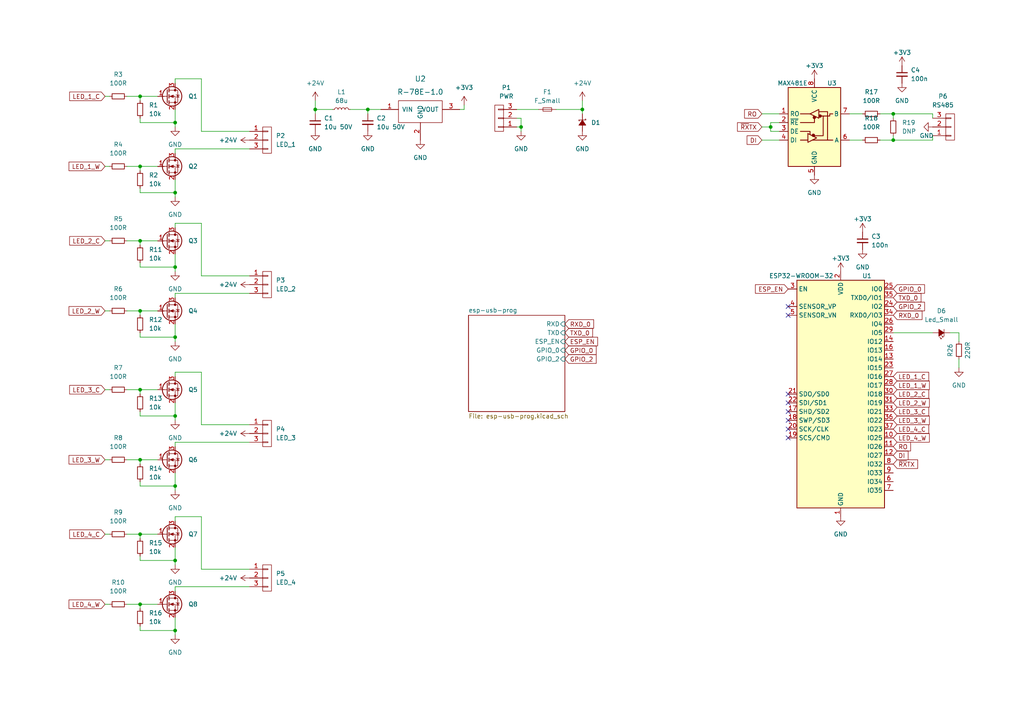
<source format=kicad_sch>
(kicad_sch (version 20210621) (generator eeschema)
  (paper "A4")
  (lib_symbols
    (symbol "Interface_UART:MAX481E"
      (property "Reference" "U" (at -6.096 11.43 0))
      (property "Value" "MAX481E" (at 0.762 11.43 0))
      (symbol "MAX481E_0_1"
        (circle (center -0.3048 -3.683) (radius 0.3556) (stroke (width 0.254)) (fill (type outline)))
        (circle (center -0.0254 1.4986) (radius 0.3556) (stroke (width 0.254)) (fill (type outline)))
        (circle (center 1.651 1.905) (radius 0.3556) (stroke (width 0.254)) (fill (type outline)))
        (rectangle (start 1.27 3.175) (end 1.27 3.175))
        (rectangle (start -7.62 10.16) (end 7.62 -12.7) (stroke (width 0.254)) (fill (type background)))
        (polyline (pts (xy -4.064 -5.08) (xy -1.905 -5.08)) (stroke (width 0.254)))
        (polyline (pts (xy -4.064 2.54) (xy -1.27 2.54)) (stroke (width 0.254)))
        (polyline (pts (xy -1.27 -3.2004) (xy -1.27 -3.4544)) (stroke (width 0.254)))
        (polyline (pts (xy -0.635 -5.08) (xy 5.334 -5.08)) (stroke (width 0.254)))
        (polyline (pts (xy -4.064 -2.54) (xy -1.27 -2.54) (xy -1.27 -3.175)) (stroke (width 0.254)))
        (polyline (pts (xy 0 1.27) (xy 0 0) (xy -4.064 0)) (stroke (width 0.254)))
        (polyline (pts (xy 1.27 3.175) (xy 3.81 3.175) (xy 3.81 -5.08)) (stroke (width 0.254)))
        (polyline (pts (xy 2.54 1.905) (xy 2.54 -3.81) (xy 0 -3.81)) (stroke (width 0.254)))
        (polyline (pts (xy -1.905 -3.175) (xy -1.905 -5.715) (xy 0.635 -4.445) (xy -1.905 -3.175)) (stroke (width 0.254)))
        (polyline (pts (xy -1.27 2.54) (xy 1.27 3.81) (xy 1.27 1.27) (xy -1.27 2.54)) (stroke (width 0.254)))
        (polyline (pts (xy 1.905 1.905) (xy 4.445 1.905) (xy 4.445 2.54) (xy 5.334 2.54)) (stroke (width 0.254)))
      )
      (symbol "MAX481E_1_1"
        (pin output line (at -10.16 2.54 0) (length 2.54) (name "RO") (number "1"))
        (pin input line (at -10.16 0 0) (length 2.54) (name "~{RE}") (number "2"))
        (pin input line (at -10.16 -2.54 0) (length 2.54) (name "DE") (number "3"))
        (pin input line (at -10.16 -5.08 0) (length 2.54) (name "DI") (number "4"))
        (pin power_in line (at 0 -15.24 90) (length 2.54) (name "GND") (number "5"))
        (pin bidirectional line (at 10.16 -5.08 180) (length 2.54) (name "A") (number "6"))
        (pin bidirectional line (at 10.16 2.54 180) (length 2.54) (name "B") (number "7"))
        (pin power_in line (at 0 12.7 270) (length 2.54) (name "VCC") (number "8"))
      )
    )
    (symbol "RF_Module:ESP32-WROOM-32"
      (property "Reference" "U" (at -12.7 34.29 0))
      (property "Value" "ESP32-WROOM-32" (at 1.27 34.29 0))
      (symbol "ESP32-WROOM-32_0_1"
        (rectangle (start -12.7 33.02) (end 12.7 -33.02) (stroke (width 0.254)) (fill (type background)))
      )
      (symbol "ESP32-WROOM-32_1_1"
        (pin power_in line (at 0 -35.56 90) (length 2.54) (name "GND") (number "1"))
        (pin bidirectional line (at 15.24 -12.7 180) (length 2.54) (name "IO25") (number "10"))
        (pin bidirectional line (at 15.24 -15.24 180) (length 2.54) (name "IO26") (number "11"))
        (pin bidirectional line (at 15.24 -17.78 180) (length 2.54) (name "IO27") (number "12"))
        (pin bidirectional line (at 15.24 10.16 180) (length 2.54) (name "IO14") (number "13"))
        (pin bidirectional line (at 15.24 15.24 180) (length 2.54) (name "IO12") (number "14"))
        (pin passive line (at 0 -35.56 90) (length 2.54) hide (name "GND") (number "15"))
        (pin bidirectional line (at 15.24 12.7 180) (length 2.54) (name "IO13") (number "16"))
        (pin bidirectional line (at -15.24 -5.08 0) (length 2.54) (name "SHD/SD2") (number "17"))
        (pin bidirectional line (at -15.24 -7.62 0) (length 2.54) (name "SWP/SD3") (number "18"))
        (pin bidirectional line (at -15.24 -12.7 0) (length 2.54) (name "SCS/CMD") (number "19"))
        (pin power_in line (at 0 35.56 270) (length 2.54) (name "VDD") (number "2"))
        (pin bidirectional line (at -15.24 -10.16 0) (length 2.54) (name "SCK/CLK") (number "20"))
        (pin bidirectional line (at -15.24 0 0) (length 2.54) (name "SDO/SD0") (number "21"))
        (pin bidirectional line (at -15.24 -2.54 0) (length 2.54) (name "SDI/SD1") (number "22"))
        (pin bidirectional line (at 15.24 7.62 180) (length 2.54) (name "IO15") (number "23"))
        (pin bidirectional line (at 15.24 25.4 180) (length 2.54) (name "IO2") (number "24"))
        (pin bidirectional line (at 15.24 30.48 180) (length 2.54) (name "IO0") (number "25"))
        (pin bidirectional line (at 15.24 20.32 180) (length 2.54) (name "IO4") (number "26"))
        (pin bidirectional line (at 15.24 5.08 180) (length 2.54) (name "IO16") (number "27"))
        (pin bidirectional line (at 15.24 2.54 180) (length 2.54) (name "IO17") (number "28"))
        (pin bidirectional line (at 15.24 17.78 180) (length 2.54) (name "IO5") (number "29"))
        (pin input line (at -15.24 30.48 0) (length 2.54) (name "EN") (number "3"))
        (pin bidirectional line (at 15.24 0 180) (length 2.54) (name "IO18") (number "30"))
        (pin bidirectional line (at 15.24 -2.54 180) (length 2.54) (name "IO19") (number "31"))
        (pin no_connect line (at -12.7 -27.94 0) (length 2.54) hide (name "NC") (number "32"))
        (pin bidirectional line (at 15.24 -5.08 180) (length 2.54) (name "IO21") (number "33"))
        (pin bidirectional line (at 15.24 22.86 180) (length 2.54) (name "RXD0/IO3") (number "34"))
        (pin bidirectional line (at 15.24 27.94 180) (length 2.54) (name "TXD0/IO1") (number "35"))
        (pin bidirectional line (at 15.24 -7.62 180) (length 2.54) (name "IO22") (number "36"))
        (pin bidirectional line (at 15.24 -10.16 180) (length 2.54) (name "IO23") (number "37"))
        (pin passive line (at 0 -35.56 90) (length 2.54) hide (name "GND") (number "38"))
        (pin passive line (at 0 -35.56 90) (length 2.54) hide (name "GND") (number "39"))
        (pin input line (at -15.24 25.4 0) (length 2.54) (name "SENSOR_VP") (number "4"))
        (pin input line (at -15.24 22.86 0) (length 2.54) (name "SENSOR_VN") (number "5"))
        (pin input line (at 15.24 -25.4 180) (length 2.54) (name "IO34") (number "6"))
        (pin input line (at 15.24 -27.94 180) (length 2.54) (name "IO35") (number "7"))
        (pin bidirectional line (at 15.24 -20.32 180) (length 2.54) (name "IO32") (number "8"))
        (pin bidirectional line (at 15.24 -22.86 180) (length 2.54) (name "IO33") (number "9"))
      )
    )
    (symbol "power:+24V" (power) (pin_names (offset 0))
      (property "Value" "+24V" (at 0 3.556 0))
      (symbol "+24V_0_1"
        (polyline (pts (xy -0.762 1.27) (xy 0 2.54)))
        (polyline (pts (xy 0 0) (xy 0 2.54)))
        (polyline (pts (xy 0 2.54) (xy 0.762 1.27)))
      )
      (symbol "+24V_1_1"
        (pin power_in line (at 0 0 90) (length 0) hide (name "+24V") (number "1"))
      )
    )
    (symbol "power:+3.3V" (power) (pin_names (offset 0))
      (property "Value" "+3.3V" (at 0 3.556 0))
      (symbol "+3.3V_0_1"
        (polyline (pts (xy -0.762 1.27) (xy 0 2.54)))
        (polyline (pts (xy 0 0) (xy 0 2.54)))
        (polyline (pts (xy 0 2.54) (xy 0.762 1.27)))
      )
      (symbol "+3.3V_1_1"
        (pin power_in line (at 0 0 90) (length 0) hide (name "+3V3") (number "1"))
      )
    )
    (symbol "power:GND" (power) (pin_names (offset 0))
      (property "Value" "GND" (at 0 -3.81 0))
      (symbol "GND_0_1"
        (polyline (pts (xy 0 0) (xy 0 -1.27) (xy 1.27 -1.27) (xy 0 -2.54) (xy -1.27 -1.27) (xy 0 -1.27)))
      )
      (symbol "GND_1_1"
        (pin power_in line (at 0 0 270) (length 0) hide (name "GND") (number "1"))
      )
    )
    (symbol "wazombi:CONN_01X03" (pin_names (offset 1.016) hide)
      (property "Reference" "P" (at 0 5.08 0))
      (property "Value" "CONN_01X03" (at 2.54 0 90))
      (symbol "CONN_01X03_0_1"
        (rectangle (start -1.27 -2.413) (end 0.254 -2.667))
        (rectangle (start -1.27 0.127) (end 0.254 -0.127))
        (rectangle (start -1.27 2.667) (end 0.254 2.413))
        (rectangle (start -1.27 3.81) (end 1.27 -3.81))
      )
      (symbol "CONN_01X03_1_1"
        (pin passive line (at -5.08 2.54 0) (length 3.81) (name "P1") (number "1"))
        (pin passive line (at -5.08 0 0) (length 3.81) (name "P2") (number "2"))
        (pin passive line (at -5.08 -2.54 0) (length 3.81) (name "P3") (number "3"))
      )
    )
    (symbol "wazombi:C_Small" (pin_numbers hide) (pin_names (offset 0.254) hide)
      (property "Reference" "C" (at 0.254 1.778 0))
      (property "Value" "C_Small" (at 0.254 -2.032 0))
      (symbol "C_Small_0_1"
        (polyline (pts (xy -1.524 -0.508) (xy 1.524 -0.508)) (stroke (width 0.3302)))
        (polyline (pts (xy -1.524 0.508) (xy 1.524 0.508)) (stroke (width 0.3048)))
      )
      (symbol "C_Small_1_1"
        (pin passive line (at 0 2.54 270) (length 1.905) (name "~") (number "1"))
        (pin passive line (at 0 -2.54 90) (length 2.032) (name "~") (number "2"))
      )
    )
    (symbol "wazombi:D_Schottky_Small" (pin_numbers hide) (pin_names (offset 0.254) hide)
      (property "Reference" "D" (at -1.27 2.032 0))
      (property "Value" "D_Schottky_Small" (at -7.112 -2.032 0))
      (symbol "D_Schottky_Small_0_1"
        (polyline (pts (xy -0.762 -1.016) (xy -0.762 1.016)))
        (polyline (pts (xy -0.762 -1.016) (xy -0.508 -1.016) (xy -0.508 -0.762)))
        (polyline (pts (xy -0.762 1.016) (xy -1.016 1.016) (xy -1.016 0.762)))
        (polyline (pts (xy 0.762 -1.016) (xy -0.762 0) (xy 0.762 1.016) (xy 0.762 -1.016)) (fill (type outline)))
      )
      (symbol "D_Schottky_Small_1_1"
        (pin passive line (at -2.54 0 0) (length 1.778) (name "K") (number "1"))
        (pin passive line (at 2.54 0 180) (length 1.778) (name "A") (number "2"))
      )
    )
    (symbol "wazombi:F_Small" (pin_numbers hide) (pin_names (offset 0.254) hide)
      (property "Reference" "F" (at -1.016 1.524 0))
      (property "Value" "F_Small" (at -3.048 -1.524 0))
      (symbol "F_Small_0_1"
        (rectangle (start -1.27 0.508) (end 1.27 -0.508))
        (polyline (pts (xy -1.27 0) (xy 1.27 0)))
      )
      (symbol "F_Small_1_1"
        (pin passive line (at -2.54 0 0) (length 1.27) (name "~") (number "1"))
        (pin passive line (at 2.54 0 180) (length 1.27) (name "~") (number "2"))
      )
    )
    (symbol "wazombi:L_Small" (pin_numbers hide) (pin_names (offset 0.254) hide)
      (property "Reference" "L" (at 0.762 1.016 0))
      (property "Value" "L_Small" (at 0.762 -1.016 0))
      (symbol "L_Small_0_1"
        (arc (start 0 -2.032) (end 0 -1.016) (radius (at 0 -1.524) (length 0.508) (angles -89.9 89.9)))
        (arc (start 0 -1.016) (end 0 0) (radius (at 0 -0.508) (length 0.508) (angles -89.9 89.9)))
        (arc (start 0 0) (end 0 1.016) (radius (at 0 0.508) (length 0.508) (angles -89.9 89.9)))
        (arc (start 0 1.016) (end 0 2.032) (radius (at 0 1.524) (length 0.508) (angles -89.9 89.9)))
      )
      (symbol "L_Small_1_1"
        (pin passive line (at 0 2.54 270) (length 0.508) (name "~") (number "1"))
        (pin passive line (at 0 -2.54 90) (length 0.508) (name "~") (number "2"))
      )
    )
    (symbol "wazombi:Led_Small" (pin_numbers hide) (pin_names (offset 0.254) hide)
      (property "Reference" "D" (at -1.27 3.175 0))
      (property "Value" "Led_Small" (at -4.445 -2.54 0))
      (symbol "Led_Small_0_1"
        (polyline (pts (xy -0.762 -1.016) (xy -0.762 1.016)))
        (polyline (pts (xy 0 0.762) (xy -0.508 1.27) (xy -0.254 1.27) (xy -0.508 1.27) (xy -0.508 1.016)))
        (polyline (pts (xy 0.508 1.27) (xy 0 1.778) (xy 0.254 1.778) (xy 0 1.778) (xy 0 1.524)))
        (polyline (pts (xy 0.762 -1.016) (xy -0.762 0) (xy 0.762 1.016) (xy 0.762 -1.016)) (fill (type outline)))
      )
      (symbol "Led_Small_1_1"
        (pin passive line (at -2.54 0 0) (length 1.778) (name "K") (number "1"))
        (pin passive line (at 2.54 0 180) (length 1.778) (name "A") (number "2"))
      )
    )
    (symbol "wazombi:Q_NMOS_GSD_SMALL" (pin_names (offset 0) hide)
      (property "Reference" "Q" (at 5.08 1.27 0))
      (property "Value" "Q_NMOS_GSD_SMALL" (at 5.08 -1.27 0))
      (symbol "Q_NMOS_GSD_SMALL_0_1"
        (circle (center 1.651 0) (radius 2.8194) (stroke (width 0.254)))
        (circle (center 2.54 -1.778) (radius 0.2794) (fill (type outline)))
        (circle (center 2.54 1.778) (radius 0.2794) (fill (type outline)))
        (polyline (pts (xy -2.54 0) (xy 0 0)))
        (polyline (pts (xy 0.0508 0) (xy 0.254 0)))
        (polyline (pts (xy 0.762 -1.778) (xy 2.54 -1.778)))
        (polyline (pts (xy 0.762 -1.27) (xy 0.762 -2.286)) (stroke (width 0.254)))
        (polyline (pts (xy 0.762 0) (xy 2.54 0)))
        (polyline (pts (xy 0.762 0.508) (xy 0.762 -0.508)) (stroke (width 0.254)))
        (polyline (pts (xy 0.762 1.778) (xy 2.54 1.778)))
        (polyline (pts (xy 0.762 2.286) (xy 0.762 1.27)) (stroke (width 0.254)))
        (polyline (pts (xy 2.54 -3.81) (xy 2.54 -2.54)))
        (polyline (pts (xy 2.54 -1.778) (xy 2.54 -2.54)))
        (polyline (pts (xy 2.54 -1.778) (xy 2.54 0)))
        (polyline (pts (xy 2.54 2.54) (xy 2.54 1.778)))
        (polyline (pts (xy 2.54 3.81) (xy 2.54 2.54)))
        (polyline (pts (xy 0.254 1.905) (xy 0.254 -1.905) (xy 0.254 -1.905)) (stroke (width 0.254)))
        (polyline (pts (xy 2.54 -1.778) (xy 3.302 -1.778) (xy 3.302 1.778) (xy 2.54 1.778)))
        (polyline (pts (xy 2.794 0.508) (xy 2.921 0.381) (xy 3.683 0.381) (xy 3.81 0.254)))
        (polyline (pts (xy 3.302 0.381) (xy 2.921 -0.254) (xy 3.683 -0.254) (xy 3.302 0.381)))
        (polyline (pts (xy 1.016 0) (xy 2.032 0.381) (xy 2.032 -0.381) (xy 1.016 0)) (fill (type outline)))
      )
      (symbol "Q_NMOS_GSD_SMALL_1_1"
        (pin input line (at -2.54 0 0) (length 1.905) (name "G") (number "1"))
        (pin passive line (at 2.54 -3.81 90) (length 0.9144) (name "S") (number "2"))
        (pin passive line (at 2.54 3.81 270) (length 0.9144) (name "D") (number "3"))
      )
    )
    (symbol "wazombi:R-78E-1.0" (pin_names (offset 1.016))
      (property "Reference" "U" (at 0 3.81 0))
      (property "Value" "R-78E-1.0" (at 7.62 -5.08 0))
      (symbol "R-78E-1.0_0_1"
        (rectangle (start -6.35 -3.81) (end 6.35 2.54))
      )
      (symbol "R-78E-1.0_1_1"
        (pin input line (at -11.43 0 0) (length 5.08) (name "VIN") (number "1"))
        (pin input line (at 0 -8.89 90) (length 5.08) (name "GND") (number "2"))
        (pin input line (at 11.43 0 180) (length 5.08) (name "VOUT") (number "3"))
      )
    )
    (symbol "wazombi:R_Small" (pin_numbers hide) (pin_names (offset 0.254) hide)
      (property "Reference" "R" (at 0.762 0.508 0))
      (property "Value" "R_Small" (at 0.762 -1.016 0))
      (symbol "R_Small_0_1"
        (rectangle (start -0.762 1.778) (end 0.762 -1.778) (stroke (width 0.2032)))
      )
      (symbol "R_Small_1_1"
        (pin passive line (at 0 2.54 270) (length 0.762) (name "~") (number "1"))
        (pin passive line (at 0 -2.54 90) (length 0.762) (name "~") (number "2"))
      )
    )
  )
  (junction (at 40.64 27.94))
  (junction (at 40.64 48.26))
  (junction (at 40.64 69.85))
  (junction (at 40.64 90.17))
  (junction (at 40.64 113.03))
  (junction (at 40.64 133.35))
  (junction (at 40.64 154.94))
  (junction (at 40.64 175.26))
  (junction (at 50.8 35.56))
  (junction (at 50.8 55.88))
  (junction (at 50.8 77.47))
  (junction (at 50.8 97.79))
  (junction (at 50.8 120.65))
  (junction (at 50.8 140.97))
  (junction (at 50.8 162.56))
  (junction (at 50.8 182.88))
  (junction (at 91.44 31.75))
  (junction (at 106.68 31.75))
  (junction (at 151.13 36.83))
  (junction (at 168.91 31.75))
  (junction (at 223.52 36.83))
  (junction (at 259.08 33.02))
  (junction (at 259.08 40.64))
  (no_connect (at 228.6 88.9))
  (no_connect (at 228.6 91.44))
  (no_connect (at 228.6 114.3))
  (no_connect (at 228.6 116.84))
  (no_connect (at 228.6 119.38))
  (no_connect (at 228.6 121.92))
  (no_connect (at 228.6 124.46))
  (no_connect (at 228.6 127))
  (wire (pts (xy 30.48 27.94) (xy 31.75 27.94)))
  (wire (pts (xy 30.48 48.26) (xy 31.75 48.26)))
  (wire (pts (xy 30.48 69.85) (xy 31.75 69.85)))
  (wire (pts (xy 30.48 90.17) (xy 31.75 90.17)))
  (wire (pts (xy 30.48 113.03) (xy 31.75 113.03)))
  (wire (pts (xy 30.48 133.35) (xy 31.75 133.35)))
  (wire (pts (xy 30.48 154.94) (xy 31.75 154.94)))
  (wire (pts (xy 30.48 175.26) (xy 31.75 175.26)))
  (wire (pts (xy 36.83 27.94) (xy 40.64 27.94)))
  (wire (pts (xy 36.83 48.26) (xy 40.64 48.26)))
  (wire (pts (xy 36.83 69.85) (xy 40.64 69.85)))
  (wire (pts (xy 36.83 90.17) (xy 40.64 90.17)))
  (wire (pts (xy 36.83 113.03) (xy 40.64 113.03)))
  (wire (pts (xy 36.83 133.35) (xy 40.64 133.35)))
  (wire (pts (xy 36.83 154.94) (xy 40.64 154.94)))
  (wire (pts (xy 36.83 175.26) (xy 40.64 175.26)))
  (wire (pts (xy 40.64 27.94) (xy 40.64 29.21)))
  (wire (pts (xy 40.64 34.29) (xy 40.64 35.56)))
  (wire (pts (xy 40.64 35.56) (xy 50.8 35.56)))
  (wire (pts (xy 40.64 48.26) (xy 40.64 49.53)))
  (wire (pts (xy 40.64 54.61) (xy 40.64 55.88)))
  (wire (pts (xy 40.64 55.88) (xy 50.8 55.88)))
  (wire (pts (xy 40.64 69.85) (xy 40.64 71.12)))
  (wire (pts (xy 40.64 76.2) (xy 40.64 77.47)))
  (wire (pts (xy 40.64 77.47) (xy 50.8 77.47)))
  (wire (pts (xy 40.64 90.17) (xy 40.64 91.44)))
  (wire (pts (xy 40.64 96.52) (xy 40.64 97.79)))
  (wire (pts (xy 40.64 97.79) (xy 50.8 97.79)))
  (wire (pts (xy 40.64 113.03) (xy 40.64 114.3)))
  (wire (pts (xy 40.64 119.38) (xy 40.64 120.65)))
  (wire (pts (xy 40.64 120.65) (xy 50.8 120.65)))
  (wire (pts (xy 40.64 133.35) (xy 40.64 134.62)))
  (wire (pts (xy 40.64 139.7) (xy 40.64 140.97)))
  (wire (pts (xy 40.64 140.97) (xy 50.8 140.97)))
  (wire (pts (xy 40.64 154.94) (xy 40.64 156.21)))
  (wire (pts (xy 40.64 161.29) (xy 40.64 162.56)))
  (wire (pts (xy 40.64 162.56) (xy 50.8 162.56)))
  (wire (pts (xy 40.64 175.26) (xy 40.64 176.53)))
  (wire (pts (xy 40.64 181.61) (xy 40.64 182.88)))
  (wire (pts (xy 40.64 182.88) (xy 50.8 182.88)))
  (wire (pts (xy 45.72 27.94) (xy 40.64 27.94)))
  (wire (pts (xy 45.72 48.26) (xy 40.64 48.26)))
  (wire (pts (xy 45.72 69.85) (xy 40.64 69.85)))
  (wire (pts (xy 45.72 90.17) (xy 40.64 90.17)))
  (wire (pts (xy 45.72 113.03) (xy 40.64 113.03)))
  (wire (pts (xy 45.72 133.35) (xy 40.64 133.35)))
  (wire (pts (xy 45.72 154.94) (xy 40.64 154.94)))
  (wire (pts (xy 45.72 175.26) (xy 40.64 175.26)))
  (wire (pts (xy 50.8 22.86) (xy 50.8 24.13)))
  (wire (pts (xy 50.8 31.75) (xy 50.8 35.56)))
  (wire (pts (xy 50.8 35.56) (xy 50.8 36.83)))
  (wire (pts (xy 50.8 43.18) (xy 50.8 44.45)))
  (wire (pts (xy 50.8 52.07) (xy 50.8 55.88)))
  (wire (pts (xy 50.8 55.88) (xy 50.8 57.15)))
  (wire (pts (xy 50.8 64.77) (xy 50.8 66.04)))
  (wire (pts (xy 50.8 73.66) (xy 50.8 77.47)))
  (wire (pts (xy 50.8 77.47) (xy 50.8 78.74)))
  (wire (pts (xy 50.8 85.09) (xy 50.8 86.36)))
  (wire (pts (xy 50.8 93.98) (xy 50.8 97.79)))
  (wire (pts (xy 50.8 97.79) (xy 50.8 99.06)))
  (wire (pts (xy 50.8 107.95) (xy 50.8 109.22)))
  (wire (pts (xy 50.8 116.84) (xy 50.8 120.65)))
  (wire (pts (xy 50.8 120.65) (xy 50.8 121.92)))
  (wire (pts (xy 50.8 128.27) (xy 50.8 129.54)))
  (wire (pts (xy 50.8 137.16) (xy 50.8 140.97)))
  (wire (pts (xy 50.8 140.97) (xy 50.8 142.24)))
  (wire (pts (xy 50.8 149.86) (xy 50.8 151.13)))
  (wire (pts (xy 50.8 158.75) (xy 50.8 162.56)))
  (wire (pts (xy 50.8 162.56) (xy 50.8 163.83)))
  (wire (pts (xy 50.8 170.18) (xy 50.8 171.45)))
  (wire (pts (xy 50.8 179.07) (xy 50.8 182.88)))
  (wire (pts (xy 50.8 182.88) (xy 50.8 184.15)))
  (wire (pts (xy 58.42 22.86) (xy 50.8 22.86)))
  (wire (pts (xy 58.42 38.1) (xy 58.42 22.86)))
  (wire (pts (xy 58.42 64.77) (xy 50.8 64.77)))
  (wire (pts (xy 58.42 80.01) (xy 58.42 64.77)))
  (wire (pts (xy 58.42 107.95) (xy 50.8 107.95)))
  (wire (pts (xy 58.42 123.19) (xy 58.42 107.95)))
  (wire (pts (xy 58.42 149.86) (xy 50.8 149.86)))
  (wire (pts (xy 58.42 165.1) (xy 58.42 149.86)))
  (wire (pts (xy 72.39 38.1) (xy 58.42 38.1)))
  (wire (pts (xy 72.39 43.18) (xy 50.8 43.18)))
  (wire (pts (xy 72.39 80.01) (xy 58.42 80.01)))
  (wire (pts (xy 72.39 85.09) (xy 50.8 85.09)))
  (wire (pts (xy 72.39 123.19) (xy 58.42 123.19)))
  (wire (pts (xy 72.39 128.27) (xy 50.8 128.27)))
  (wire (pts (xy 72.39 165.1) (xy 58.42 165.1)))
  (wire (pts (xy 72.39 170.18) (xy 50.8 170.18)))
  (wire (pts (xy 91.44 29.21) (xy 91.44 31.75)))
  (wire (pts (xy 91.44 31.75) (xy 91.44 33.02)))
  (wire (pts (xy 96.52 31.75) (xy 91.44 31.75)))
  (wire (pts (xy 101.6 31.75) (xy 106.68 31.75)))
  (wire (pts (xy 106.68 31.75) (xy 106.68 33.02)))
  (wire (pts (xy 106.68 31.75) (xy 110.49 31.75)))
  (wire (pts (xy 133.35 31.75) (xy 134.62 31.75)))
  (wire (pts (xy 134.62 31.75) (xy 134.62 30.48)))
  (wire (pts (xy 149.86 31.75) (xy 156.21 31.75)))
  (wire (pts (xy 149.86 34.29) (xy 151.13 34.29)))
  (wire (pts (xy 149.86 36.83) (xy 151.13 36.83)))
  (wire (pts (xy 151.13 34.29) (xy 151.13 36.83)))
  (wire (pts (xy 151.13 36.83) (xy 151.13 38.1)))
  (wire (pts (xy 161.29 31.75) (xy 168.91 31.75)))
  (wire (pts (xy 168.91 31.75) (xy 168.91 29.21)))
  (wire (pts (xy 168.91 31.75) (xy 168.91 33.02)))
  (wire (pts (xy 220.98 33.02) (xy 226.06 33.02)))
  (wire (pts (xy 220.98 40.64) (xy 226.06 40.64)))
  (wire (pts (xy 223.52 35.56) (xy 223.52 36.83)))
  (wire (pts (xy 223.52 36.83) (xy 220.98 36.83)))
  (wire (pts (xy 223.52 38.1) (xy 223.52 36.83)))
  (wire (pts (xy 226.06 35.56) (xy 223.52 35.56)))
  (wire (pts (xy 226.06 38.1) (xy 223.52 38.1)))
  (wire (pts (xy 246.38 33.02) (xy 250.19 33.02)))
  (wire (pts (xy 246.38 40.64) (xy 250.19 40.64)))
  (wire (pts (xy 255.27 33.02) (xy 259.08 33.02)))
  (wire (pts (xy 255.27 40.64) (xy 259.08 40.64)))
  (wire (pts (xy 259.08 33.02) (xy 259.08 34.29)))
  (wire (pts (xy 259.08 33.02) (xy 270.51 33.02)))
  (wire (pts (xy 259.08 40.64) (xy 259.08 39.37)))
  (wire (pts (xy 259.08 40.64) (xy 270.51 40.64)))
  (wire (pts (xy 259.08 96.52) (xy 270.51 96.52)))
  (wire (pts (xy 270.51 34.29) (xy 270.51 33.02)))
  (wire (pts (xy 270.51 39.37) (xy 270.51 40.64)))
  (wire (pts (xy 275.59 96.52) (xy 278.13 96.52)))
  (wire (pts (xy 278.13 96.52) (xy 278.13 99.06)))
  (wire (pts (xy 278.13 104.14) (xy 278.13 106.68)))
  (global_label "LED_1_C" (shape input) (at 30.48 27.94 180) (property "Intersheet References" "${INTERSHEET_REFS}" (effects hide)))
  (global_label "LED_1_W" (shape input) (at 30.48 48.26 180) (property "Intersheet References" "${INTERSHEET_REFS}" (effects hide)))
  (global_label "LED_2_C" (shape input) (at 30.48 69.85 180) (property "Intersheet References" "${INTERSHEET_REFS}" (effects hide)))
  (global_label "LED_2_W" (shape input) (at 30.48 90.17 180) (property "Intersheet References" "${INTERSHEET_REFS}" (effects hide)))
  (global_label "LED_3_C" (shape input) (at 30.48 113.03 180) (property "Intersheet References" "${INTERSHEET_REFS}" (effects hide)))
  (global_label "LED_3_W" (shape input) (at 30.48 133.35 180) (property "Intersheet References" "${INTERSHEET_REFS}" (effects hide)))
  (global_label "LED_4_C" (shape input) (at 30.48 154.94 180) (property "Intersheet References" "${INTERSHEET_REFS}" (effects hide)))
  (global_label "LED_4_W" (shape input) (at 30.48 175.26 180) (property "Intersheet References" "${INTERSHEET_REFS}" (effects hide)))
  (global_label "RXD_0" (shape input) (at 163.83 93.98 0) (property "Intersheet References" "${INTERSHEET_REFS}" (effects hide)))
  (global_label "TXD_0" (shape input) (at 163.83 96.52 0) (property "Intersheet References" "${INTERSHEET_REFS}" (effects hide)))
  (global_label "ESP_EN" (shape input) (at 163.83 99.06 0) (property "Intersheet References" "${INTERSHEET_REFS}" (effects hide)))
  (global_label "GPIO_0" (shape input) (at 163.83 101.6 0) (property "Intersheet References" "${INTERSHEET_REFS}" (effects hide)))
  (global_label "GPIO_2" (shape input) (at 163.83 104.14 0) (property "Intersheet References" "${INTERSHEET_REFS}" (effects hide)))
  (global_label "RO" (shape input) (at 220.98 33.02 180) (property "Intersheet References" "${INTERSHEET_REFS}" (effects hide)))
  (global_label "~{RX}TX" (shape input) (at 220.98 36.83 180) (property "Intersheet References" "${INTERSHEET_REFS}" (effects hide)))
  (global_label "DI" (shape input) (at 220.98 40.64 180) (property "Intersheet References" "${INTERSHEET_REFS}" (effects hide)))
  (global_label "ESP_EN" (shape input) (at 228.6 83.82 180) (property "Intersheet References" "${INTERSHEET_REFS}" (effects hide)))
  (global_label "GPIO_0" (shape input) (at 259.08 83.82 0) (property "Intersheet References" "${INTERSHEET_REFS}" (effects hide)))
  (global_label "TXD_0" (shape input) (at 259.08 86.36 0) (property "Intersheet References" "${INTERSHEET_REFS}" (effects hide)))
  (global_label "GPIO_2" (shape input) (at 259.08 88.9 0) (property "Intersheet References" "${INTERSHEET_REFS}" (effects hide)))
  (global_label "RXD_0" (shape input) (at 259.08 91.44 0) (property "Intersheet References" "${INTERSHEET_REFS}" (effects hide)))
  (global_label "LED_1_C" (shape input) (at 259.08 109.22 0) (property "Intersheet References" "${INTERSHEET_REFS}" (effects hide)))
  (global_label "LED_1_W" (shape input) (at 259.08 111.76 0) (property "Intersheet References" "${INTERSHEET_REFS}" (effects hide)))
  (global_label "LED_2_C" (shape input) (at 259.08 114.3 0) (property "Intersheet References" "${INTERSHEET_REFS}" (effects hide)))
  (global_label "LED_2_W" (shape input) (at 259.08 116.84 0) (property "Intersheet References" "${INTERSHEET_REFS}" (effects hide)))
  (global_label "LED_3_C" (shape input) (at 259.08 119.38 0) (property "Intersheet References" "${INTERSHEET_REFS}" (effects hide)))
  (global_label "LED_3_W" (shape input) (at 259.08 121.92 0) (property "Intersheet References" "${INTERSHEET_REFS}" (effects hide)))
  (global_label "LED_4_C" (shape input) (at 259.08 124.46 0) (property "Intersheet References" "${INTERSHEET_REFS}" (effects hide)))
  (global_label "LED_4_W" (shape input) (at 259.08 127 0) (property "Intersheet References" "${INTERSHEET_REFS}" (effects hide)))
  (global_label "RO" (shape input) (at 259.08 129.54 0) (property "Intersheet References" "${INTERSHEET_REFS}" (effects hide)))
  (global_label "DI" (shape input) (at 259.08 132.08 0) (property "Intersheet References" "${INTERSHEET_REFS}" (effects hide)))
  (global_label "~{RX}TX" (shape input) (at 259.08 134.62 0) (property "Intersheet References" "${INTERSHEET_REFS}" (effects hide)))
  (symbol (lib_id "power:+24V") (at 72.39 40.64 90) (unit 1)
    (property "Reference" "#PWR0107" (effects hide))
    (property "Value" "+24V" (at 63.5 40.6399 90) (effects (justify right)))
  )
  (symbol (lib_id "power:+24V") (at 72.39 82.55 90) (unit 1)
    (property "Reference" "#PWR0110" (effects hide))
    (property "Value" "+24V" (at 63.5 82.5499 90) (effects (justify right)))
  )
  (symbol (lib_id "power:+24V") (at 72.39 125.73 90) (unit 1)
    (property "Reference" "#PWR0113" (effects hide))
    (property "Value" "+24V" (at 63.5 125.7299 90) (effects (justify right)))
  )
  (symbol (lib_id "power:+24V") (at 72.39 167.64 90) (unit 1)
    (property "Reference" "#PWR0102" (effects hide))
    (property "Value" "+24V" (at 63.5 167.6399 90) (effects (justify right)))
  )
  (symbol (lib_id "power:+24V") (at 91.44 29.21 0) (unit 1)
    (property "Reference" "#PWR0114" (effects hide))
    (property "Value" "+24V" (at 91.44 24.13 0))
  )
  (symbol (lib_id "power:+3.3V") (at 134.62 30.48 0) (unit 1)
    (property "Reference" "#PWR0117" (effects hide))
    (property "Value" "+3.3V" (at 134.62 25.4 0))
  )
  (symbol (lib_id "power:+24V") (at 168.91 29.21 0) (unit 1)
    (property "Reference" "#PWR0118" (effects hide))
    (property "Value" "+24V" (at 168.91 24.13 0))
  )
  (symbol (lib_id "power:+3.3V") (at 236.22 22.86 0) (unit 1)
    (property "Reference" "#PWR0126" (effects hide))
    (property "Value" "+3.3V" (at 236.22 19.05 0))
  )
  (symbol (lib_id "power:+3.3V") (at 243.84 78.74 0) (unit 1)
    (property "Reference" "#PWR0119" (effects hide))
    (property "Value" "+3.3V" (at 243.84 74.93 0))
  )
  (symbol (lib_id "power:+3.3V") (at 250.19 67.31 0) (unit 1)
    (property "Reference" "#PWR0123" (effects hide))
    (property "Value" "+3.3V" (at 250.19 63.5 0))
  )
  (symbol (lib_id "power:+3.3V") (at 261.62 19.05 0) (unit 1)
    (property "Reference" "#PWR0128" (effects hide))
    (property "Value" "+3.3V" (at 261.62 15.24 0))
  )
  (symbol (lib_id "wazombi:L_Small") (at 99.06 31.75 90) (unit 1)
    (property "Reference" "L1" (at 99.06 26.67 90))
    (property "Value" "68u" (at 99.06 29.21 90))
    (property "Footprint" "Inductor_SMD:L_6.3x6.3_H3" (effects hide))
  )
  (symbol (lib_id "wazombi:F_Small") (at 158.75 31.75 0) (unit 1)
    (property "Reference" "F1" (at 158.75 26.67 0))
    (property "Value" "F_Small" (at 158.75 29.21 0))
    (property "Footprint" "Fuse:Fuseholder_TR5_Littelfuse_No560_No460" (effects hide))
  )
  (symbol (lib_id "power:GND") (at 50.8 36.83 0) (unit 1)
    (property "Reference" "#PWR0103" (effects hide))
    (property "Value" "GND" (at 50.8 41.91 0))
  )
  (symbol (lib_id "power:GND") (at 50.8 57.15 0) (unit 1)
    (property "Reference" "#PWR0104" (effects hide))
    (property "Value" "GND" (at 50.8 62.23 0))
  )
  (symbol (lib_id "power:GND") (at 50.8 78.74 0) (unit 1)
    (property "Reference" "#PWR0112" (effects hide))
    (property "Value" "GND" (at 50.8 83.82 0))
  )
  (symbol (lib_id "power:GND") (at 50.8 99.06 0) (unit 1)
    (property "Reference" "#PWR0109" (effects hide))
    (property "Value" "GND" (at 50.8 104.14 0))
  )
  (symbol (lib_id "power:GND") (at 50.8 121.92 0) (unit 1)
    (property "Reference" "#PWR0111" (effects hide))
    (property "Value" "GND" (at 50.8 127 0))
  )
  (symbol (lib_id "power:GND") (at 50.8 142.24 0) (unit 1)
    (property "Reference" "#PWR0108" (effects hide))
    (property "Value" "GND" (at 50.8 147.32 0))
  )
  (symbol (lib_id "power:GND") (at 50.8 163.83 0) (unit 1)
    (property "Reference" "#PWR0105" (effects hide))
    (property "Value" "GND" (at 50.8 168.91 0))
  )
  (symbol (lib_id "power:GND") (at 50.8 184.15 0) (unit 1)
    (property "Reference" "#PWR0106" (effects hide))
    (property "Value" "GND" (at 50.8 189.23 0))
  )
  (symbol (lib_id "power:GND") (at 91.44 38.1 0) (unit 1)
    (property "Reference" "#PWR0115" (effects hide))
    (property "Value" "GND" (at 91.44 43.18 0))
  )
  (symbol (lib_id "power:GND") (at 106.68 38.1 0) (unit 1)
    (property "Reference" "#PWR0120" (effects hide))
    (property "Value" "GND" (at 106.68 43.18 0))
  )
  (symbol (lib_id "power:GND") (at 121.92 40.64 0) (unit 1)
    (property "Reference" "#PWR0121" (effects hide))
    (property "Value" "GND" (at 121.92 45.72 0))
  )
  (symbol (lib_id "power:GND") (at 151.13 38.1 0) (unit 1)
    (property "Reference" "#PWR0101" (effects hide))
    (property "Value" "GND" (at 151.13 43.18 0))
  )
  (symbol (lib_id "power:GND") (at 168.91 38.1 0) (unit 1)
    (property "Reference" "#PWR0116" (effects hide))
    (property "Value" "GND" (at 168.91 43.18 0))
  )
  (symbol (lib_id "power:GND") (at 236.22 50.8 0) (unit 1)
    (property "Reference" "#PWR0127" (effects hide))
    (property "Value" "GND" (at 236.22 55.88 0))
  )
  (symbol (lib_id "power:GND") (at 243.84 149.86 0) (unit 1)
    (property "Reference" "#PWR0122" (effects hide))
    (property "Value" "GND" (at 243.84 154.94 0))
  )
  (symbol (lib_id "power:GND") (at 250.19 72.39 0) (unit 1)
    (property "Reference" "#PWR0124" (effects hide))
    (property "Value" "GND" (at 250.19 77.47 0))
  )
  (symbol (lib_id "power:GND") (at 261.62 24.13 0) (unit 1)
    (property "Reference" "#PWR0129" (effects hide))
    (property "Value" "GND" (at 261.62 29.21 0))
  )
  (symbol (lib_id "power:GND") (at 270.51 36.83 270) (unit 1)
    (property "Reference" "#PWR0125" (effects hide))
    (property "Value" "GND" (at 266.7 39.3699 90) (effects (justify left)))
  )
  (symbol (lib_id "power:GND") (at 278.13 106.68 0) (unit 1)
    (property "Reference" "#PWR0140" (effects hide))
    (property "Value" "GND" (at 278.13 111.76 0))
  )
  (symbol (lib_id "wazombi:R_Small") (at 34.29 27.94 90) (unit 1)
    (property "Reference" "R3" (at 34.29 21.59 90))
    (property "Value" "100R" (at 34.29 24.13 90))
    (property "Footprint" "Resistor_SMD:R_0603_1608Metric" (effects hide))
  )
  (symbol (lib_id "wazombi:R_Small") (at 34.29 48.26 90) (unit 1)
    (property "Reference" "R4" (at 34.29 41.91 90))
    (property "Value" "100R" (at 34.29 44.45 90))
    (property "Footprint" "Resistor_SMD:R_0603_1608Metric" (effects hide))
  )
  (symbol (lib_id "wazombi:R_Small") (at 34.29 69.85 90) (unit 1)
    (property "Reference" "R5" (at 34.29 63.5 90))
    (property "Value" "100R" (at 34.29 66.04 90))
    (property "Footprint" "Resistor_SMD:R_0603_1608Metric" (effects hide))
  )
  (symbol (lib_id "wazombi:R_Small") (at 34.29 90.17 90) (unit 1)
    (property "Reference" "R6" (at 34.29 83.82 90))
    (property "Value" "100R" (at 34.29 86.36 90))
    (property "Footprint" "Resistor_SMD:R_0603_1608Metric" (effects hide))
  )
  (symbol (lib_id "wazombi:R_Small") (at 34.29 113.03 90) (unit 1)
    (property "Reference" "R7" (at 34.29 106.68 90))
    (property "Value" "100R" (at 34.29 109.22 90))
    (property "Footprint" "Resistor_SMD:R_0603_1608Metric" (effects hide))
  )
  (symbol (lib_id "wazombi:R_Small") (at 34.29 133.35 90) (unit 1)
    (property "Reference" "R8" (at 34.29 127 90))
    (property "Value" "100R" (at 34.29 129.54 90))
    (property "Footprint" "Resistor_SMD:R_0603_1608Metric" (effects hide))
  )
  (symbol (lib_id "wazombi:R_Small") (at 34.29 154.94 90) (unit 1)
    (property "Reference" "R9" (at 34.29 148.59 90))
    (property "Value" "100R" (at 34.29 151.13 90))
    (property "Footprint" "Resistor_SMD:R_0603_1608Metric" (effects hide))
  )
  (symbol (lib_id "wazombi:R_Small") (at 34.29 175.26 90) (unit 1)
    (property "Reference" "R10" (at 34.29 168.91 90))
    (property "Value" "100R" (at 34.29 171.45 90))
    (property "Footprint" "Resistor_SMD:R_0603_1608Metric" (effects hide))
  )
  (symbol (lib_id "wazombi:R_Small") (at 40.64 31.75 0) (unit 1)
    (property "Reference" "R1" (at 43.18 30.4799 0) (effects (justify left)))
    (property "Value" "10k" (at 43.18 33.0199 0) (effects (justify left)))
    (property "Footprint" "Resistor_SMD:R_0603_1608Metric" (effects hide))
  )
  (symbol (lib_id "wazombi:R_Small") (at 40.64 52.07 0) (unit 1)
    (property "Reference" "R2" (at 43.18 50.7999 0) (effects (justify left)))
    (property "Value" "10k" (at 43.18 53.3399 0) (effects (justify left)))
    (property "Footprint" "Resistor_SMD:R_0603_1608Metric" (effects hide))
  )
  (symbol (lib_id "wazombi:R_Small") (at 40.64 73.66 0) (unit 1)
    (property "Reference" "R11" (at 43.18 72.3899 0) (effects (justify left)))
    (property "Value" "10k" (at 43.18 74.9299 0) (effects (justify left)))
    (property "Footprint" "Resistor_SMD:R_0603_1608Metric" (effects hide))
  )
  (symbol (lib_id "wazombi:R_Small") (at 40.64 93.98 0) (unit 1)
    (property "Reference" "R12" (at 43.18 92.7099 0) (effects (justify left)))
    (property "Value" "10k" (at 43.18 95.2499 0) (effects (justify left)))
    (property "Footprint" "Resistor_SMD:R_0603_1608Metric" (effects hide))
  )
  (symbol (lib_id "wazombi:R_Small") (at 40.64 116.84 0) (unit 1)
    (property "Reference" "R13" (at 43.18 115.5699 0) (effects (justify left)))
    (property "Value" "10k" (at 43.18 118.1099 0) (effects (justify left)))
    (property "Footprint" "Resistor_SMD:R_0603_1608Metric" (effects hide))
  )
  (symbol (lib_id "wazombi:R_Small") (at 40.64 137.16 0) (unit 1)
    (property "Reference" "R14" (at 43.18 135.8899 0) (effects (justify left)))
    (property "Value" "10k" (at 43.18 138.4299 0) (effects (justify left)))
    (property "Footprint" "Resistor_SMD:R_0603_1608Metric" (effects hide))
  )
  (symbol (lib_id "wazombi:R_Small") (at 40.64 158.75 0) (unit 1)
    (property "Reference" "R15" (at 43.18 157.4799 0) (effects (justify left)))
    (property "Value" "10k" (at 43.18 160.0199 0) (effects (justify left)))
    (property "Footprint" "Resistor_SMD:R_0603_1608Metric" (effects hide))
  )
  (symbol (lib_id "wazombi:R_Small") (at 40.64 179.07 0) (unit 1)
    (property "Reference" "R16" (at 43.18 177.7999 0) (effects (justify left)))
    (property "Value" "10k" (at 43.18 180.3399 0) (effects (justify left)))
    (property "Footprint" "Resistor_SMD:R_0603_1608Metric" (effects hide))
  )
  (symbol (lib_id "wazombi:R_Small") (at 252.73 33.02 90) (unit 1)
    (property "Reference" "R17" (at 252.73 26.67 90))
    (property "Value" "100R" (at 252.73 29.21 90))
    (property "Footprint" "Resistor_SMD:R_0603_1608Metric" (effects hide))
  )
  (symbol (lib_id "wazombi:R_Small") (at 252.73 40.64 90) (unit 1)
    (property "Reference" "R18" (at 252.73 34.29 90))
    (property "Value" "100R" (at 252.73 36.83 90))
    (property "Footprint" "Resistor_SMD:R_0603_1608Metric" (effects hide))
  )
  (symbol (lib_id "wazombi:R_Small") (at 259.08 36.83 180) (unit 1)
    (property "Reference" "R19" (at 261.62 35.5599 0) (effects (justify right)))
    (property "Value" "DNP" (at 261.62 38.0999 0) (effects (justify right)))
    (property "Footprint" "Resistor_SMD:R_0603_1608Metric" (effects hide))
  )
  (symbol (lib_id "wazombi:R_Small") (at 278.13 101.6 180) (unit 1)
    (property "Reference" "R26" (at 275.59 101.6 90))
    (property "Value" "220R" (at 280.67 101.6 90))
    (property "Footprint" "Resistor_SMD:R_0603_1608Metric" (effects hide))
  )
  (symbol (lib_id "wazombi:D_Schottky_Small") (at 168.91 35.56 270) (unit 1)
    (property "Reference" "D1" (at 171.45 35.5599 90) (effects (justify left)))
    (property "Value" "D_Schottky_Small" (effects hide))
    (property "Footprint" "Diode_SMD:D_SMA" (effects hide))
  )
  (symbol (lib_id "wazombi:Led_Small") (at 273.05 96.52 180) (unit 1)
    (property "Reference" "D6" (at 273.05 90.17 0))
    (property "Value" "Led_Small" (at 273.05 92.71 0))
    (property "Footprint" "LED_SMD:LED_0805_2012Metric_Pad1.15x1.40mm_HandSolder" (effects hide))
  )
  (symbol (lib_id "wazombi:C_Small") (at 91.44 35.56 0) (unit 1)
    (property "Reference" "C1" (at 93.98 34.2899 0) (effects (justify left)))
    (property "Value" "10u 50V" (at 93.98 36.8299 0) (effects (justify left)))
    (property "Footprint" "Capacitor_SMD:C_1210_3225Metric" (effects hide))
  )
  (symbol (lib_id "wazombi:C_Small") (at 106.68 35.56 0) (unit 1)
    (property "Reference" "C2" (at 109.22 34.2899 0) (effects (justify left)))
    (property "Value" "10u 50V" (at 109.22 36.8299 0) (effects (justify left)))
    (property "Footprint" "Capacitor_SMD:C_1210_3225Metric" (effects hide))
  )
  (symbol (lib_id "wazombi:C_Small") (at 250.19 69.85 0) (unit 1)
    (property "Reference" "C3" (at 252.73 68.5799 0) (effects (justify left)))
    (property "Value" "100n" (at 252.73 71.1199 0) (effects (justify left)))
    (property "Footprint" "Capacitor_SMD:C_0603_1608Metric" (effects hide))
  )
  (symbol (lib_id "wazombi:C_Small") (at 261.62 21.59 0) (unit 1)
    (property "Reference" "C4" (at 264.16 20.3199 0) (effects (justify left)))
    (property "Value" "100n" (at 264.16 22.8599 0) (effects (justify left)))
    (property "Footprint" "Capacitor_SMD:C_0603_1608Metric" (effects hide))
  )
  (symbol (lib_id "wazombi:CONN_01X03") (at 77.47 40.64 0) (unit 1)
    (property "Reference" "P2" (at 80.01 39.3699 0) (effects (justify left)))
    (property "Value" "LED_1" (at 80.01 41.9099 0) (effects (justify left)))
    (property "Footprint" "Connector_Phoenix_GMSTB:PhoenixContact_GMSTBA_2,5_3-G-7,62_1x03_P7.62mm_Horizontal" (effects hide))
  )
  (symbol (lib_id "wazombi:CONN_01X03") (at 77.47 82.55 0) (unit 1)
    (property "Reference" "P3" (at 80.01 81.2799 0) (effects (justify left)))
    (property "Value" "LED_2" (at 80.01 83.8199 0) (effects (justify left)))
    (property "Footprint" "Connector_Phoenix_GMSTB:PhoenixContact_GMSTBA_2,5_3-G-7,62_1x03_P7.62mm_Horizontal" (effects hide))
  )
  (symbol (lib_id "wazombi:CONN_01X03") (at 77.47 125.73 0) (unit 1)
    (property "Reference" "P4" (at 80.01 124.4599 0) (effects (justify left)))
    (property "Value" "LED_3" (at 80.01 126.9999 0) (effects (justify left)))
    (property "Footprint" "Connector_Phoenix_GMSTB:PhoenixContact_GMSTBA_2,5_3-G-7,62_1x03_P7.62mm_Horizontal" (effects hide))
  )
  (symbol (lib_id "wazombi:CONN_01X03") (at 77.47 167.64 0) (unit 1)
    (property "Reference" "P5" (at 80.01 166.3699 0) (effects (justify left)))
    (property "Value" "LED_4" (at 80.01 168.9099 0) (effects (justify left)))
    (property "Footprint" "Connector_Phoenix_GMSTB:PhoenixContact_GMSTBA_2,5_3-G-7,62_1x03_P7.62mm_Horizontal" (effects hide))
  )
  (symbol (lib_id "wazombi:CONN_01X03") (at 144.78 34.29 180) (unit 1)
    (property "Reference" "P1" (at 146.8755 25.4 0))
    (property "Value" "PWR" (at 146.8755 27.94 0))
    (property "Footprint" "Connector_Phoenix_GMSTB:PhoenixContact_GMSTBA_2,5_3-G-7,62_1x03_P7.62mm_Horizontal" (effects hide))
  )
  (symbol (lib_id "wazombi:CONN_01X03") (at 275.59 36.83 0) (mirror x) (unit 1)
    (property "Reference" "P6" (at 273.4945 27.94 0))
    (property "Value" "RS485" (at 273.4945 30.48 0))
    (property "Footprint" "Connector_Phoenix_GMSTB:PhoenixContact_GMSTBA_2,5_3-G-7,62_1x03_P7.62mm_Horizontal" (effects hide))
  )
  (symbol (lib_id "wazombi:Q_NMOS_GSD_SMALL") (at 48.26 27.94 0) (unit 1)
    (property "Reference" "Q1" (at 54.61 27.9399 0) (effects (justify left)))
    (property "Value" "FDD8880?" (effects hide))
    (property "Footprint" "Package_TO_SOT_SMD:TO-252-2" (effects hide))
  )
  (symbol (lib_id "wazombi:Q_NMOS_GSD_SMALL") (at 48.26 48.26 0) (unit 1)
    (property "Reference" "Q2" (at 54.61 48.2599 0) (effects (justify left)))
    (property "Value" "FDD8880?" (effects hide))
    (property "Footprint" "Package_TO_SOT_SMD:TO-252-2" (effects hide))
  )
  (symbol (lib_id "wazombi:Q_NMOS_GSD_SMALL") (at 48.26 69.85 0) (unit 1)
    (property "Reference" "Q3" (at 54.61 69.8499 0) (effects (justify left)))
    (property "Value" "FDD8880?" (effects hide))
    (property "Footprint" "Package_TO_SOT_SMD:TO-252-2" (effects hide))
  )
  (symbol (lib_id "wazombi:Q_NMOS_GSD_SMALL") (at 48.26 90.17 0) (unit 1)
    (property "Reference" "Q4" (at 54.61 90.1699 0) (effects (justify left)))
    (property "Value" "FDD8880?" (effects hide))
    (property "Footprint" "Package_TO_SOT_SMD:TO-252-2" (effects hide))
  )
  (symbol (lib_id "wazombi:Q_NMOS_GSD_SMALL") (at 48.26 113.03 0) (unit 1)
    (property "Reference" "Q5" (at 54.61 113.0299 0) (effects (justify left)))
    (property "Value" "FDD8880?" (effects hide))
    (property "Footprint" "Package_TO_SOT_SMD:TO-252-2" (effects hide))
  )
  (symbol (lib_id "wazombi:Q_NMOS_GSD_SMALL") (at 48.26 133.35 0) (unit 1)
    (property "Reference" "Q6" (at 54.61 133.3499 0) (effects (justify left)))
    (property "Value" "FDD8880?" (effects hide))
    (property "Footprint" "Package_TO_SOT_SMD:TO-252-2" (effects hide))
  )
  (symbol (lib_id "wazombi:Q_NMOS_GSD_SMALL") (at 48.26 154.94 0) (unit 1)
    (property "Reference" "Q7" (at 54.61 154.9399 0) (effects (justify left)))
    (property "Value" "FDD8880?" (effects hide))
    (property "Footprint" "Package_TO_SOT_SMD:TO-252-2" (effects hide))
  )
  (symbol (lib_id "wazombi:Q_NMOS_GSD_SMALL") (at 48.26 175.26 0) (unit 1)
    (property "Reference" "Q8" (at 54.61 175.2599 0) (effects (justify left)))
    (property "Value" "FDD8880?" (effects hide))
    (property "Footprint" "Package_TO_SOT_SMD:TO-252-2" (effects hide))
  )
  (symbol (lib_id "wazombi:R-78E-1.0") (at 121.92 31.75 0) (unit 1)
    (property "Reference" "U2" (at 121.92 22.86 0) (effects (font (size 1.524 1.524))))
    (property "Value" "R-78E-1.0" (at 121.92 26.67 0) (effects (font (size 1.524 1.524))))
    (property "Footprint" "wazombi_kicad:R-78E-1.0" (effects hide))
    (property "Datasheet" "http://www.mouser.com/ds/2/468/R-78Exx-1.0-958279.pdf" (effects hide))
    (property "Price" "2.93€ @ 100pcs" (effects hide))
    (property "Notes" "?" (effects hide))
    (property "Source" "http://www.mouser.ee/ProductDetail/RECOM-Power/R-78E33-10/?qs=sGAEpiMZZMsc0tfZmXiUnbaEjpYStdRIFUgifFXFkklVvzJFhjySMg%3d%3d" (effects hide))
  )
  (symbol (lib_id "Interface_UART:MAX481E") (at 236.22 35.56 0) (unit 1)
    (property "Reference" "U3" (at 241.3 24.13 0))
    (property "Value" "MAX481E" (at 229.87 24.13 0))
    (property "Footprint" "Package_SO:SO-8_3.9x4.9mm_P1.27mm" (effects hide))
    (property "Datasheet" "https://datasheets.maximintegrated.com/en/ds/MAX1487E-MAX491E.pdf" (effects hide))
  )
  (symbol (lib_id "RF_Module:ESP32-WROOM-32") (at 243.84 114.3 0) (unit 1)
    (property "Reference" "U1" (at 251.46 80.01 0))
    (property "Value" "ESP32-WROOM-32" (at 232.41 80.01 0))
    (property "Footprint" "RF_Module:ESP32-WROOM-32" (effects hide))
    (property "Datasheet" "https://www.espressif.com/sites/default/files/documentation/esp32-wroom-32_datasheet_en.pdf" (effects hide))
  )
  (sheet (at 135.89 91.44) (size 27.94 27.94) (stroke (width 0.1524))
    (property "Sheet name" "esp-usb-prog" (at 135.89 90.7284 0) (effects (justify left bottom)))
    (property "Sheet file" "esp-usb-prog.kicad_sch" (at 135.89 119.9646 0) (effects (justify left top)))
    (pin "RXD" input (at 163.83 93.98 0))
    (pin "TXD" input (at 163.83 96.52 0))
    (pin "ESP_EN" input (at 163.83 99.06 0))
    (pin "GPIO_0" input (at 163.83 101.6 0))
    (pin "GPIO_2" input (at 163.83 104.14 0))
  )
)
</source>
